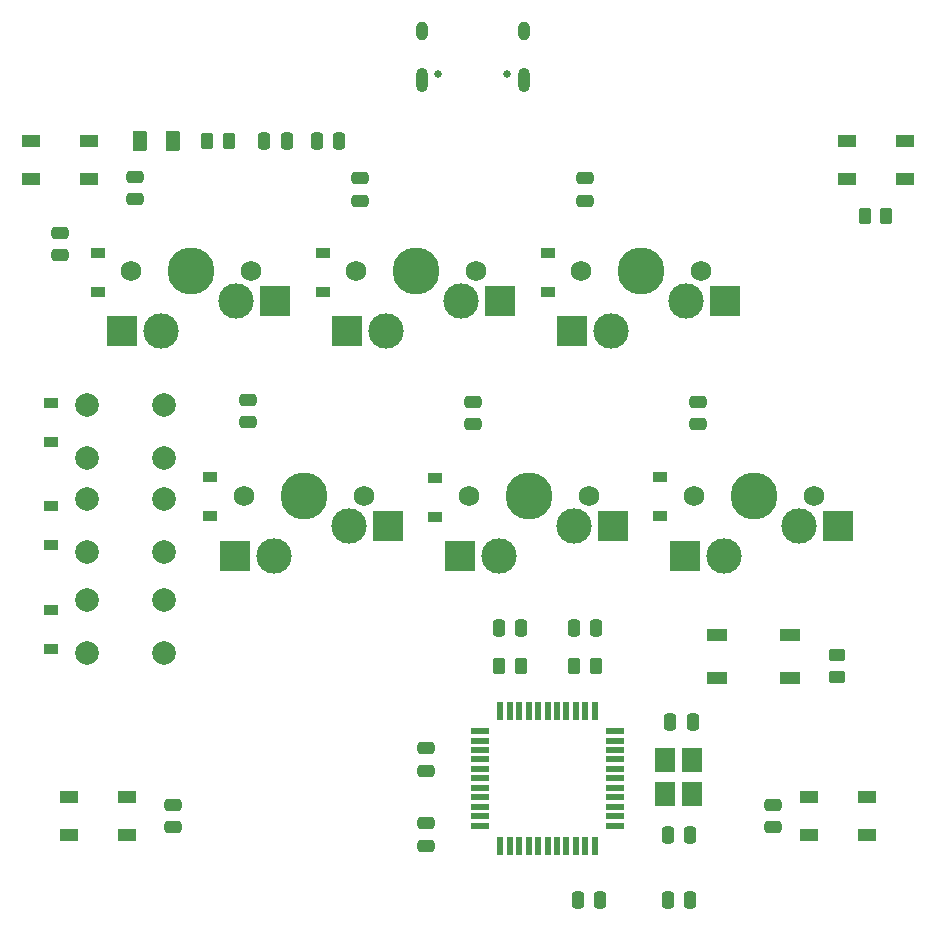
<source format=gbr>
%TF.GenerationSoftware,KiCad,Pcbnew,(6.0.5)*%
%TF.CreationDate,2022-05-27T18:29:41+07:00*%
%TF.ProjectId,atelier-alter,6174656c-6965-4722-9d61-6c7465722e6b,rev?*%
%TF.SameCoordinates,Original*%
%TF.FileFunction,Soldermask,Bot*%
%TF.FilePolarity,Negative*%
%FSLAX46Y46*%
G04 Gerber Fmt 4.6, Leading zero omitted, Abs format (unit mm)*
G04 Created by KiCad (PCBNEW (6.0.5)) date 2022-05-27 18:29:41*
%MOMM*%
%LPD*%
G01*
G04 APERTURE LIST*
G04 Aperture macros list*
%AMRoundRect*
0 Rectangle with rounded corners*
0 $1 Rounding radius*
0 $2 $3 $4 $5 $6 $7 $8 $9 X,Y pos of 4 corners*
0 Add a 4 corners polygon primitive as box body*
4,1,4,$2,$3,$4,$5,$6,$7,$8,$9,$2,$3,0*
0 Add four circle primitives for the rounded corners*
1,1,$1+$1,$2,$3*
1,1,$1+$1,$4,$5*
1,1,$1+$1,$6,$7*
1,1,$1+$1,$8,$9*
0 Add four rect primitives between the rounded corners*
20,1,$1+$1,$2,$3,$4,$5,0*
20,1,$1+$1,$4,$5,$6,$7,0*
20,1,$1+$1,$6,$7,$8,$9,0*
20,1,$1+$1,$8,$9,$2,$3,0*%
G04 Aperture macros list end*
%ADD10C,1.750000*%
%ADD11C,3.987800*%
%ADD12C,3.000000*%
%ADD13R,2.550000X2.500000*%
%ADD14C,2.000000*%
%ADD15C,0.650000*%
%ADD16O,1.000000X2.100000*%
%ADD17O,1.000000X1.600000*%
%ADD18R,1.200000X0.900000*%
%ADD19R,1.500000X1.000000*%
%ADD20R,0.550000X1.500000*%
%ADD21R,1.500000X0.550000*%
%ADD22RoundRect,0.250000X-0.250000X-0.475000X0.250000X-0.475000X0.250000X0.475000X-0.250000X0.475000X0*%
%ADD23RoundRect,0.250000X0.475000X-0.250000X0.475000X0.250000X-0.475000X0.250000X-0.475000X-0.250000X0*%
%ADD24RoundRect,0.250000X0.262500X0.450000X-0.262500X0.450000X-0.262500X-0.450000X0.262500X-0.450000X0*%
%ADD25RoundRect,0.250000X0.250000X0.475000X-0.250000X0.475000X-0.250000X-0.475000X0.250000X-0.475000X0*%
%ADD26RoundRect,0.250000X0.375000X0.625000X-0.375000X0.625000X-0.375000X-0.625000X0.375000X-0.625000X0*%
%ADD27R,1.800000X1.100000*%
%ADD28RoundRect,0.250000X-0.262500X-0.450000X0.262500X-0.450000X0.262500X0.450000X-0.262500X0.450000X0*%
%ADD29RoundRect,0.250000X-0.475000X0.250000X-0.475000X-0.250000X0.475000X-0.250000X0.475000X0.250000X0*%
%ADD30R,1.800000X2.100000*%
%ADD31RoundRect,0.250000X-0.450000X0.262500X-0.450000X-0.262500X0.450000X-0.262500X0.450000X0.262500X0*%
G04 APERTURE END LIST*
D10*
%TO.C,MX6*%
X179705000Y-92806200D03*
D11*
X174625000Y-92806200D03*
D12*
X178435000Y-95346200D03*
X172085000Y-97886200D03*
D10*
X169545000Y-92806200D03*
D13*
X181710000Y-95346200D03*
X168783000Y-97886200D03*
%TD*%
D14*
%TO.C,SW2*%
X118193800Y-101600000D03*
X124693800Y-101600000D03*
X118193800Y-106100000D03*
X124693800Y-106100000D03*
%TD*%
D11*
%TO.C,MX5*%
X165100000Y-73756200D03*
D12*
X162560000Y-78836200D03*
X168910000Y-76296200D03*
D10*
X160020000Y-73756200D03*
X170180000Y-73756200D03*
D13*
X172185000Y-76296200D03*
X159258000Y-78836200D03*
%TD*%
D10*
%TO.C,MX4*%
X160655000Y-92806200D03*
D11*
X155575000Y-92806200D03*
D12*
X159385000Y-95346200D03*
X153035000Y-97886200D03*
D10*
X150495000Y-92806200D03*
D13*
X162660000Y-95346200D03*
X149733000Y-97886200D03*
%TD*%
D14*
%TO.C,SW3*%
X118193800Y-85062500D03*
X124693800Y-85062500D03*
X118193800Y-89562500D03*
X124693800Y-89562500D03*
%TD*%
D12*
%TO.C,MX3*%
X143510000Y-78836200D03*
D11*
X146050000Y-73756200D03*
D10*
X140970000Y-73756200D03*
D12*
X149860000Y-76296200D03*
D10*
X151130000Y-73756200D03*
D13*
X153135000Y-76296200D03*
X140208000Y-78836200D03*
%TD*%
D11*
%TO.C,MX1*%
X127000000Y-73756200D03*
D10*
X121920000Y-73756200D03*
D12*
X124460000Y-78836200D03*
X130810000Y-76296200D03*
D10*
X132080000Y-73756200D03*
D13*
X134085000Y-76296200D03*
X121158000Y-78836200D03*
%TD*%
D15*
%TO.C,USB1*%
X153702500Y-57050000D03*
X147922500Y-57050000D03*
D16*
X155132500Y-57580000D03*
D17*
X146492500Y-53400000D03*
D16*
X146492500Y-57580000D03*
D17*
X155132500Y-53400000D03*
%TD*%
D14*
%TO.C,SW4*%
X118193800Y-93000000D03*
X124693800Y-93000000D03*
X124693800Y-97500000D03*
X118193800Y-97500000D03*
%TD*%
D11*
%TO.C,MX2*%
X136525000Y-92806200D03*
D10*
X141605000Y-92806200D03*
X131445000Y-92806200D03*
D12*
X133985000Y-97886200D03*
X140335000Y-95346200D03*
D13*
X143610000Y-95346200D03*
X130683000Y-97886200D03*
%TD*%
D18*
%TO.C,D5*%
X157162500Y-72168700D03*
X157162500Y-75468700D03*
%TD*%
D19*
%TO.C,D10*%
X179318800Y-121456200D03*
X179318800Y-118256200D03*
X184218800Y-118256200D03*
X184218800Y-121456200D03*
%TD*%
D20*
%TO.C,U1*%
X153162500Y-110981200D03*
X153962500Y-110981200D03*
X154762500Y-110981200D03*
X155562500Y-110981200D03*
X156362500Y-110981200D03*
X157162500Y-110981200D03*
X157962500Y-110981200D03*
X158762500Y-110981200D03*
X159562500Y-110981200D03*
X160362500Y-110981200D03*
X161162500Y-110981200D03*
D21*
X162862500Y-112681200D03*
X162862500Y-113481200D03*
X162862500Y-114281200D03*
X162862500Y-115081200D03*
X162862500Y-115881200D03*
X162862500Y-116681200D03*
X162862500Y-117481200D03*
X162862500Y-118281200D03*
X162862500Y-119081200D03*
X162862500Y-119881200D03*
X162862500Y-120681200D03*
D20*
X161162500Y-122381200D03*
X160362500Y-122381200D03*
X159562500Y-122381200D03*
X158762500Y-122381200D03*
X157962500Y-122381200D03*
X157162500Y-122381200D03*
X156362500Y-122381200D03*
X155562500Y-122381200D03*
X154762500Y-122381200D03*
X153962500Y-122381200D03*
X153162500Y-122381200D03*
D21*
X151462500Y-120681200D03*
X151462500Y-119881200D03*
X151462500Y-119081200D03*
X151462500Y-118281200D03*
X151462500Y-117481200D03*
X151462500Y-116681200D03*
X151462500Y-115881200D03*
X151462500Y-115081200D03*
X151462500Y-114281200D03*
X151462500Y-113481200D03*
X151462500Y-112681200D03*
%TD*%
D22*
%TO.C,C7*%
X159709100Y-127000000D03*
X161609100Y-127000000D03*
%TD*%
D23*
%TO.C,C14*%
X141287500Y-67781200D03*
X141287500Y-65881200D03*
%TD*%
D24*
%TO.C,R4*%
X185856300Y-69056200D03*
X184031300Y-69056200D03*
%TD*%
D18*
%TO.C,D1*%
X119062500Y-72168700D03*
X119062500Y-75468700D03*
%TD*%
D23*
%TO.C,C17*%
X169862500Y-86675000D03*
X169862500Y-84775000D03*
%TD*%
D25*
%TO.C,R7*%
X135093800Y-62706200D03*
X133193800Y-62706200D03*
%TD*%
D26*
%TO.C,F1*%
X125412500Y-62706200D03*
X122612500Y-62706200D03*
%TD*%
D24*
%TO.C,R1*%
X154900000Y-107156200D03*
X153075000Y-107156200D03*
%TD*%
D27*
%TO.C,SW1*%
X171525000Y-108212500D03*
X177725000Y-104512500D03*
X171525000Y-104512500D03*
X177725000Y-108212500D03*
%TD*%
D28*
%TO.C,R2*%
X159425000Y-107156200D03*
X161250000Y-107156200D03*
%TD*%
D23*
%TO.C,C9*%
X125412500Y-120806200D03*
X125412500Y-118906200D03*
%TD*%
%TO.C,C15*%
X150812500Y-86675000D03*
X150812500Y-84775000D03*
%TD*%
D18*
%TO.C,D4*%
X147637500Y-91218700D03*
X147637500Y-94518700D03*
%TD*%
%TO.C,D17*%
X115093800Y-105693700D03*
X115093800Y-102393700D03*
%TD*%
D22*
%TO.C,C5*%
X153037500Y-103981200D03*
X154937500Y-103981200D03*
%TD*%
D19*
%TO.C,D9*%
X182493800Y-65893700D03*
X182493800Y-62693700D03*
X187393800Y-62693700D03*
X187393800Y-65893700D03*
%TD*%
D22*
%TO.C,C6*%
X159387500Y-103981200D03*
X161287500Y-103981200D03*
%TD*%
D29*
%TO.C,C4*%
X146843800Y-114143700D03*
X146843800Y-116043700D03*
%TD*%
D22*
%TO.C,R6*%
X137643800Y-62706200D03*
X139543800Y-62706200D03*
%TD*%
D18*
%TO.C,D19*%
X115093800Y-96962500D03*
X115093800Y-93662500D03*
%TD*%
D19*
%TO.C,D7*%
X113437500Y-65893700D03*
X113437500Y-62693700D03*
X118337500Y-62693700D03*
X118337500Y-65893700D03*
%TD*%
D23*
%TO.C,C8*%
X115887500Y-72387500D03*
X115887500Y-70487500D03*
%TD*%
D18*
%TO.C,D2*%
X128587500Y-91156200D03*
X128587500Y-94456200D03*
%TD*%
D29*
%TO.C,C11*%
X176212500Y-118906200D03*
X176212500Y-120806200D03*
%TD*%
D19*
%TO.C,D8*%
X121512500Y-118256200D03*
X121512500Y-121456200D03*
X116612500Y-121456200D03*
X116612500Y-118256200D03*
%TD*%
D23*
%TO.C,C13*%
X131762500Y-86518700D03*
X131762500Y-84618700D03*
%TD*%
D24*
%TO.C,R5*%
X130175000Y-62706200D03*
X128350000Y-62706200D03*
%TD*%
D25*
%TO.C,C1*%
X169462500Y-111918700D03*
X167562500Y-111918700D03*
%TD*%
D18*
%TO.C,D3*%
X138112500Y-72168700D03*
X138112500Y-75468700D03*
%TD*%
D22*
%TO.C,C10*%
X167325000Y-127000000D03*
X169225000Y-127000000D03*
%TD*%
D30*
%TO.C,Y1*%
X169425000Y-115093700D03*
X169425000Y-117993700D03*
X167125000Y-117993700D03*
X167125000Y-115093700D03*
%TD*%
D18*
%TO.C,D18*%
X115093800Y-88231200D03*
X115093800Y-84931200D03*
%TD*%
%TO.C,D6*%
X166687500Y-91156200D03*
X166687500Y-94456200D03*
%TD*%
D31*
%TO.C,R3*%
X181688800Y-106243700D03*
X181688800Y-108068700D03*
%TD*%
D23*
%TO.C,C16*%
X160337500Y-67781200D03*
X160337500Y-65881200D03*
%TD*%
%TO.C,C12*%
X122237500Y-67625000D03*
X122237500Y-65725000D03*
%TD*%
D25*
%TO.C,C2*%
X169225000Y-121443700D03*
X167325000Y-121443700D03*
%TD*%
D29*
%TO.C,C3*%
X146843800Y-120493700D03*
X146843800Y-122393700D03*
%TD*%
M02*

</source>
